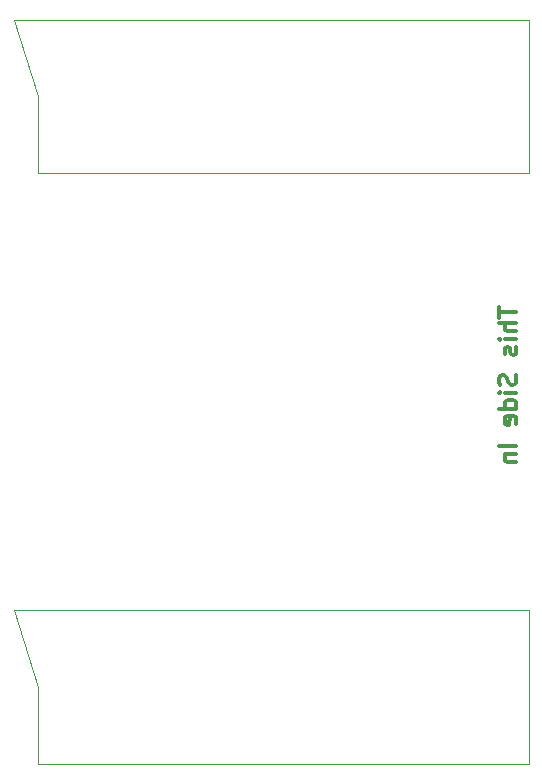
<source format=gbr>
%TF.GenerationSoftware,KiCad,Pcbnew,(6.0.8)*%
%TF.CreationDate,2023-05-31T19:07:23+02:00*%
%TF.ProjectId,RT5XP-EXP-Interconnect,52543558-502d-4455-9850-2d496e746572,rev?*%
%TF.SameCoordinates,Original*%
%TF.FileFunction,Legend,Bot*%
%TF.FilePolarity,Positive*%
%FSLAX46Y46*%
G04 Gerber Fmt 4.6, Leading zero omitted, Abs format (unit mm)*
G04 Created by KiCad (PCBNEW (6.0.8)) date 2023-05-31 19:07:23*
%MOMM*%
%LPD*%
G01*
G04 APERTURE LIST*
%ADD10C,0.300000*%
%ADD11C,0.120000*%
G04 APERTURE END LIST*
D10*
X150816571Y-105371142D02*
X150816571Y-106228285D01*
X152316571Y-105799714D02*
X150816571Y-105799714D01*
X152316571Y-106728285D02*
X150816571Y-106728285D01*
X152316571Y-107371142D02*
X151530857Y-107371142D01*
X151388000Y-107299714D01*
X151316571Y-107156857D01*
X151316571Y-106942571D01*
X151388000Y-106799714D01*
X151459428Y-106728285D01*
X152316571Y-108085428D02*
X151316571Y-108085428D01*
X150816571Y-108085428D02*
X150888000Y-108014000D01*
X150959428Y-108085428D01*
X150888000Y-108156857D01*
X150816571Y-108085428D01*
X150959428Y-108085428D01*
X152245142Y-108728285D02*
X152316571Y-108871142D01*
X152316571Y-109156857D01*
X152245142Y-109299714D01*
X152102285Y-109371142D01*
X152030857Y-109371142D01*
X151888000Y-109299714D01*
X151816571Y-109156857D01*
X151816571Y-108942571D01*
X151745142Y-108799714D01*
X151602285Y-108728285D01*
X151530857Y-108728285D01*
X151388000Y-108799714D01*
X151316571Y-108942571D01*
X151316571Y-109156857D01*
X151388000Y-109299714D01*
X152245142Y-111085428D02*
X152316571Y-111299714D01*
X152316571Y-111656857D01*
X152245142Y-111799714D01*
X152173714Y-111871142D01*
X152030857Y-111942571D01*
X151888000Y-111942571D01*
X151745142Y-111871142D01*
X151673714Y-111799714D01*
X151602285Y-111656857D01*
X151530857Y-111371142D01*
X151459428Y-111228285D01*
X151388000Y-111156857D01*
X151245142Y-111085428D01*
X151102285Y-111085428D01*
X150959428Y-111156857D01*
X150888000Y-111228285D01*
X150816571Y-111371142D01*
X150816571Y-111728285D01*
X150888000Y-111942571D01*
X152316571Y-112585428D02*
X151316571Y-112585428D01*
X150816571Y-112585428D02*
X150888000Y-112514000D01*
X150959428Y-112585428D01*
X150888000Y-112656857D01*
X150816571Y-112585428D01*
X150959428Y-112585428D01*
X152316571Y-113942571D02*
X150816571Y-113942571D01*
X152245142Y-113942571D02*
X152316571Y-113799714D01*
X152316571Y-113514000D01*
X152245142Y-113371142D01*
X152173714Y-113299714D01*
X152030857Y-113228285D01*
X151602285Y-113228285D01*
X151459428Y-113299714D01*
X151388000Y-113371142D01*
X151316571Y-113514000D01*
X151316571Y-113799714D01*
X151388000Y-113942571D01*
X152245142Y-115228285D02*
X152316571Y-115085428D01*
X152316571Y-114799714D01*
X152245142Y-114656857D01*
X152102285Y-114585428D01*
X151530857Y-114585428D01*
X151388000Y-114656857D01*
X151316571Y-114799714D01*
X151316571Y-115085428D01*
X151388000Y-115228285D01*
X151530857Y-115299714D01*
X151673714Y-115299714D01*
X151816571Y-114585428D01*
X152316571Y-117085428D02*
X150816571Y-117085428D01*
X151316571Y-117799714D02*
X152316571Y-117799714D01*
X151459428Y-117799714D02*
X151388000Y-117871142D01*
X151316571Y-118014000D01*
X151316571Y-118228285D01*
X151388000Y-118371142D01*
X151530857Y-118442571D01*
X152316571Y-118442571D01*
D11*
%TO.C,J2*%
X153350000Y-94000000D02*
X153350000Y-81000000D01*
X109750000Y-81000000D02*
X111850000Y-87500000D01*
X111850000Y-94000000D02*
X153350000Y-94000000D01*
X153350000Y-81000000D02*
X109750000Y-81000000D01*
X111850000Y-87500000D02*
X111850000Y-94000000D01*
%TO.C,J1*%
X111850000Y-137500000D02*
X111850000Y-144000000D01*
X153350000Y-131000000D02*
X109750000Y-131000000D01*
X111850000Y-144000000D02*
X153350000Y-144000000D01*
X109750000Y-131000000D02*
X111850000Y-137500000D01*
X153350000Y-144000000D02*
X153350000Y-131000000D01*
%TD*%
M02*

</source>
